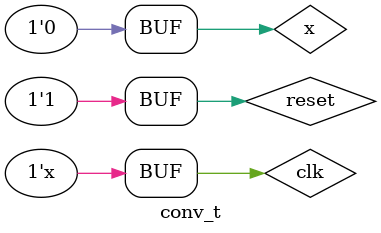
<source format=v>
`timescale 1ns / 1ps




module conv_t;

	// Inputs
	reg clk;
	reg reset;
	reg x;

	// Outputs
	wire y;

	// Instantiate the Unit Under Test (UUT)
	conv uut (
		.clk(clk), 
		.reset(reset), 
		.x(x), 
		.y(y)
	);

	initial begin
		// Initialize Inputs
		clk = 0;
		reset = 0;
		//x = 0;

		// Wait 100 ns for global reset to finish
		#10;
		reset = 1;
		x = 1;
		#20;
		x = 0;
		#20;
		x = 0;
		#20;
		x = 1;
		#20;
		x = 1;
		#20;
		x = 0;
		#20;
		x = 0;
        
		// Add stimulus here

	end
	
	always #5 clk = ~clk;
      
endmodule


</source>
